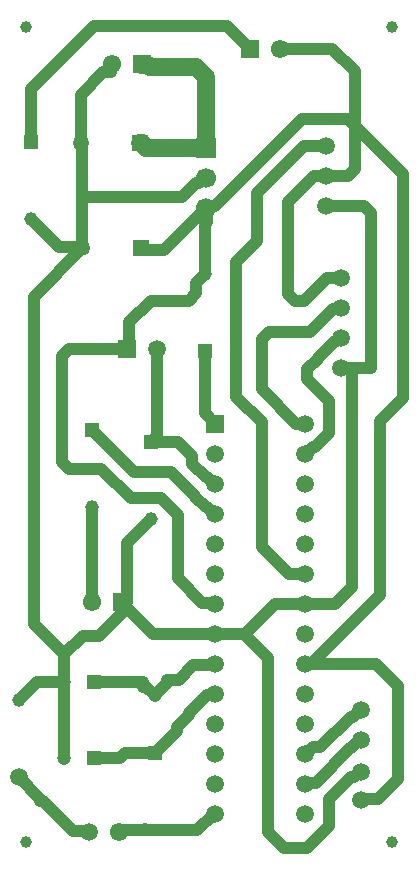
<source format=gbr>
G04*
G04 #@! TF.GenerationSoftware,Altium Limited,Altium Designer,22.4.2 (48)*
G04*
G04 Layer_Physical_Order=2*
G04 Layer_Color=16711680*
%FSLAX44Y44*%
%MOMM*%
G71*
G04*
G04 #@! TF.SameCoordinates,FA8E5277-3887-454B-883E-EC14CB0092E5*
G04*
G04*
G04 #@! TF.FilePolarity,Positive*
G04*
G01*
G75*
%ADD14C,1.1500*%
%ADD22R,1.1500X1.1500*%
%ADD23R,1.2000X1.2000*%
%ADD24C,1.2000*%
%ADD25R,1.5500X1.5500*%
%ADD27C,1.5500*%
%ADD31C,1.0000*%
%ADD32C,1.5000*%
%ADD33C,1.3500*%
%ADD34R,1.3500X1.3500*%
%ADD35R,1.2000X1.2000*%
%ADD36R,1.7000X1.7000*%
%ADD37C,1.0000*%
%ADD38R,1.5000X1.5000*%
%ADD39C,1.7000*%
%ADD40C,1.5000*%
D14*
X744220Y600710D02*
D03*
X754380Y1007330D02*
D03*
X901700Y961170D02*
D03*
X855980Y753330D02*
D03*
X806450Y763710D02*
D03*
D22*
X754380Y1072930D02*
D03*
X901700Y895570D02*
D03*
X855980Y818930D02*
D03*
X806450Y829310D02*
D03*
D23*
X807720Y615950D02*
D03*
Y551180D02*
D03*
D24*
X859790Y604520D02*
D03*
X782720Y615950D02*
D03*
Y551180D02*
D03*
D25*
X831215Y683260D02*
D03*
X939800Y1151890D02*
D03*
X848360Y1138730D02*
D03*
D27*
X805815Y683260D02*
D03*
X829310Y488950D02*
D03*
X965200Y1151890D02*
D03*
X822960Y1138730D02*
D03*
D31*
X759460Y615950D02*
X782720D01*
X744220Y600710D02*
X759460Y615950D01*
X762286Y515335D02*
Y517044D01*
X744220Y535110D02*
X762286Y517044D01*
X802953Y489907D02*
X803910Y488950D01*
X790473Y489907D02*
X802953D01*
X765045Y515335D02*
X790473Y489907D01*
X762286Y515335D02*
X765045D01*
X782720Y615950D02*
Y639210D01*
X849658Y490002D02*
X850928Y491272D01*
X830362Y490002D02*
X849658D01*
X829310Y488950D02*
X830362Y490002D01*
X909237Y504190D02*
X910590D01*
X895267Y490220D02*
X909237Y504190D01*
X851980Y490220D02*
X895267D01*
X850928Y491272D02*
X851980Y490220D01*
X878027Y573957D02*
Y577767D01*
X859790Y555720D02*
X878027Y573957D01*
Y577767D02*
X888090Y587830D01*
X909633Y604833D02*
X910590Y605790D01*
X903214Y604833D02*
X909633D01*
X888090Y589710D02*
X903214Y604833D01*
X888090Y587830D02*
Y589710D01*
X834520Y555720D02*
X859790D01*
X829980Y551180D02*
X834520Y555720D01*
X807720Y551180D02*
X829980D01*
X869826Y615097D02*
Y617825D01*
X859790Y605061D02*
X869826Y615097D01*
X859790Y604520D02*
Y605061D01*
X909633Y630233D02*
X910590Y631190D01*
X891853Y630233D02*
X909633D01*
X879445Y617825D02*
X891853Y630233D01*
X869826Y617825D02*
X879445D01*
X849359Y611682D02*
X852086D01*
X859249Y604520D01*
X859790D01*
X849359Y611682D02*
Y615950D01*
X807720D02*
X849359D01*
X831215Y683260D02*
X835977Y678497D01*
X857885Y656590D01*
X1006790Y493710D02*
Y516914D01*
X1028297Y535620D02*
X1032427Y539750D01*
X1006790Y516914D02*
X1025496Y535620D01*
X910590Y656590D02*
X934720D01*
X969010Y474980D02*
X988060D01*
X1032427Y539750D02*
X1033780D01*
X934720Y656590D02*
X955040Y636270D01*
Y488950D02*
Y636270D01*
Y488950D02*
X969010Y474980D01*
X1025496Y535620D02*
X1028297D01*
X988060Y474980D02*
X1006790Y493710D01*
X1024877Y559750D02*
X1025757D01*
X986790Y529590D02*
X987747Y530547D01*
X995674D02*
X1024877Y559750D01*
X987747Y530547D02*
X995674D01*
X1025757Y559750D02*
X1032427Y566420D01*
X1033780D01*
X986790Y554990D02*
X988143D01*
X1032427Y591820D02*
X1033780D01*
X988143Y554990D02*
X993543Y560390D01*
X999466D01*
X1027027Y586420D02*
X1032427Y591820D01*
X1025496Y586420D02*
X1027027D01*
X999466Y560390D02*
X1025496Y586420D01*
X1065530Y533400D02*
Y612140D01*
X1048707Y516577D02*
X1065530Y533400D01*
X1034737Y516577D02*
X1048707D01*
X986790Y631190D02*
X1046480D01*
X1033780Y515620D02*
X1034737Y516577D01*
X1046480Y631190D02*
X1065530Y612140D01*
X986790Y529590D02*
X988143D01*
X986790Y631190D02*
X988143D01*
X1022842Y1043940D02*
X1028700Y1049798D01*
Y1086342D01*
Y1132840D01*
X1012190Y681990D02*
X1026410Y696210D01*
X988143Y681990D02*
X1012190D01*
X1026410Y696210D02*
Y881380D01*
X1009650Y1151890D02*
X1028700Y1132840D01*
X965200Y1151890D02*
X1009650D01*
X797290Y983650D02*
X797960Y982980D01*
X778060Y983650D02*
X797290D01*
X754380Y1007330D02*
X778060Y983650D01*
X807720Y1170940D02*
X920750D01*
X754380Y1117600D02*
X807720Y1170940D01*
X920750D02*
X939800Y1151890D01*
X754380Y1072930D02*
Y1117600D01*
X821348Y1132038D02*
X821908Y1132598D01*
Y1137678D01*
X822960Y1138730D01*
X815808Y1132038D02*
X821348D01*
X796690Y1112920D02*
X815808Y1132038D01*
X796690Y1071880D02*
Y1112920D01*
X992827Y632147D02*
X1050290Y689610D01*
X986790Y631190D02*
X987747Y632147D01*
X1050290Y689610D02*
Y836930D01*
X987747Y632147D02*
X992827D01*
X986790Y681990D02*
X988143D01*
X1026410Y881380D02*
X1042070D01*
X1017270D02*
X1026410D01*
X1050290Y836930D02*
X1069340Y855980D01*
X961390Y681990D02*
X988143D01*
X988392Y872158D02*
X1007110Y853440D01*
Y826426D02*
Y853440D01*
X995074Y814390D02*
X1007110Y826426D01*
X798512Y655002D02*
X812298D01*
X782720Y639210D02*
X798512Y655002D01*
X977648Y938307D02*
X985932D01*
X1005205Y957580D01*
X971790Y944165D02*
X977648Y938307D01*
X971790Y944165D02*
Y1021777D01*
X993953Y1043940D01*
X949960Y863600D02*
Y906002D01*
X955818Y911860D02*
X990600D01*
X1009963Y931223D01*
X949960Y906002D02*
X955818Y911860D01*
X988392Y872158D02*
Y880442D01*
X997270Y889320D01*
X1013417Y904280D02*
X1015917Y906780D01*
X986790Y808990D02*
X988143D01*
X1011886Y904280D02*
X1013417D01*
X993543Y814390D02*
X995074D01*
X997270Y889664D02*
X1011886Y904280D01*
X988143Y808990D02*
X993543Y814390D01*
X997270Y889320D02*
Y889664D01*
X1015917Y906780D02*
X1017270D01*
X1009963Y931223D02*
X1016313D01*
X979170Y834390D02*
X986790D01*
X1016313Y931223D02*
X1017270Y932180D01*
X949960Y863600D02*
X979170Y834390D01*
X985897Y1069340D02*
X1004570D01*
X928370Y971469D02*
X946150Y989249D01*
X972820Y707390D02*
X986790D01*
X928370Y857250D02*
Y971469D01*
X946150Y1029593D02*
X985897Y1069340D01*
X949960Y730250D02*
Y835660D01*
Y730250D02*
X972820Y707390D01*
X928370Y857250D02*
X949960Y835660D01*
X946150Y989249D02*
Y1029593D01*
X901700Y843280D02*
X910590Y834390D01*
X901700Y843280D02*
Y895570D01*
X909237Y783590D02*
X910590D01*
X879060Y818930D02*
X890590Y807400D01*
X861060Y824010D02*
Y897890D01*
X855980Y818930D02*
X879060D01*
X855980D02*
X861060Y824010D01*
X890590Y800706D02*
Y807400D01*
Y800706D02*
X902306Y788990D01*
X903837D01*
X909237Y783590D01*
X903837Y763590D02*
X909237Y758190D01*
X872797Y793750D02*
X893598Y772949D01*
X909237Y758190D02*
X910590D01*
X893598Y772297D02*
X902306Y763590D01*
X893598Y772297D02*
Y772949D01*
X806450Y829310D02*
X842010Y793750D01*
X872797D01*
X902306Y763590D02*
X903837D01*
X993953Y1043940D02*
X1004570D01*
X899600Y682820D02*
X909760D01*
X835660Y897890D02*
X837840Y900070D01*
X1022842Y1092200D02*
X1028700Y1086342D01*
X902970Y1017270D02*
X904309Y1018609D01*
X901700Y1003805D02*
X903353Y1005457D01*
X894342Y953406D02*
X901700Y960764D01*
Y961170D02*
Y1003805D01*
Y960764D02*
Y961170D01*
X904309Y1018609D02*
X910304D01*
X903353Y1005457D02*
Y1016887D01*
X838780Y771580D02*
X864180D01*
X781050Y892032D02*
X786908Y897890D01*
X781050Y802148D02*
X786908Y796290D01*
X1005205Y957580D02*
X1017270D01*
X1028700Y1086342D02*
X1069340Y1045702D01*
X849167Y981773D02*
X867473D01*
X878840Y703580D02*
Y756920D01*
X856018Y938568D02*
X887886D01*
X1069340Y855980D02*
Y1045702D01*
X902970Y1017270D02*
X903353Y1016887D01*
X909760Y682820D02*
X910590Y681990D01*
X864180Y771580D02*
X878840Y756920D01*
X837840Y920390D02*
X856018Y938568D01*
X786908Y897890D02*
X835660D01*
X1004570Y1043940D02*
X1022842D01*
X983895Y1092200D02*
X1022842D01*
X847960Y982980D02*
X849167Y981773D01*
X878840Y703580D02*
X899600Y682820D01*
X887886Y938568D02*
X894342Y945024D01*
X837840Y900070D02*
Y920390D01*
X786908Y796290D02*
X814070D01*
X781050Y802148D02*
Y892032D01*
X910304Y1018609D02*
X983895Y1092200D01*
X867473Y981773D02*
X902970Y1017270D01*
X894342Y945024D02*
Y953406D01*
X814070Y796290D02*
X838780Y771580D01*
X805815Y683260D02*
Y762669D01*
X882161Y1026160D02*
X894271Y1038270D01*
X933450Y656590D02*
X934720Y655320D01*
X901076Y1042670D02*
X902970D01*
X797960Y1026160D02*
Y1069663D01*
X934720Y655320D02*
X961390Y681990D01*
X813860Y656380D02*
X834390Y676910D01*
X797960Y982980D02*
Y1026160D01*
X1042070Y881380D02*
Y1012682D01*
X813676Y656380D02*
X813860D01*
X1004570Y1018540D02*
X1036212D01*
X835660Y683260D02*
Y733010D01*
X812298Y655002D02*
X813676Y656380D01*
X782720Y551180D02*
Y615950D01*
X756920Y665010D02*
X782720Y639210D01*
X896676Y1038270D02*
X901076Y1042670D01*
X1036212Y1018540D02*
X1042070Y1012682D01*
X835660Y733010D02*
X855980Y753330D01*
X894271Y1038270D02*
X896676D01*
X796690Y1070933D02*
X797960Y1069663D01*
X756920Y665010D02*
Y941940D01*
X797960Y1026160D02*
X882161D01*
X910590Y656590D02*
X933450D01*
X857885D02*
X910590D01*
X756920Y941940D02*
X797960Y982980D01*
X796690Y1070933D02*
Y1071880D01*
D32*
X744220Y535110D02*
D03*
X803910Y488950D02*
D03*
X986790Y529590D02*
D03*
X1017270Y957580D02*
D03*
Y932180D02*
D03*
Y906780D02*
D03*
Y881380D02*
D03*
X861060Y897890D02*
D03*
X1004570Y1069340D02*
D03*
Y1043940D02*
D03*
Y1018540D02*
D03*
X986790Y504190D02*
D03*
Y554990D02*
D03*
Y580390D02*
D03*
Y605790D02*
D03*
Y631190D02*
D03*
Y656590D02*
D03*
Y681990D02*
D03*
Y707390D02*
D03*
Y732790D02*
D03*
Y758190D02*
D03*
Y783590D02*
D03*
Y808990D02*
D03*
Y834390D02*
D03*
X910590Y504190D02*
D03*
Y529590D02*
D03*
Y554990D02*
D03*
Y580390D02*
D03*
Y605790D02*
D03*
Y631190D02*
D03*
Y656590D02*
D03*
Y681990D02*
D03*
Y707390D02*
D03*
Y732790D02*
D03*
Y758190D02*
D03*
Y783590D02*
D03*
Y808990D02*
D03*
X1033780Y515620D02*
D03*
Y539750D02*
D03*
Y566420D02*
D03*
Y591820D02*
D03*
D33*
X796690Y1071880D02*
D03*
X797960Y982980D02*
D03*
D34*
X846690Y1071880D02*
D03*
X847960Y982980D02*
D03*
D35*
X859790Y555720D02*
D03*
D36*
X902970Y1068070D02*
D03*
D37*
X1060000Y1170000D02*
D03*
Y480000D02*
D03*
X750000D02*
D03*
Y1170000D02*
D03*
D38*
X835660Y897890D02*
D03*
X910590Y834390D02*
D03*
D39*
X902970Y1017270D02*
D03*
Y1042670D02*
D03*
D40*
Y1068070D02*
Y1127863D01*
X848610Y1138480D02*
X853503D01*
X855333Y1136650D02*
X894183D01*
X902970Y1127863D01*
X848360Y1138730D02*
X848610Y1138480D01*
X853503D02*
X855333Y1136650D01*
X846690Y1071880D02*
X848466D01*
X852276Y1068070D02*
X902970D01*
X848466Y1071880D02*
X852276Y1068070D01*
M02*

</source>
